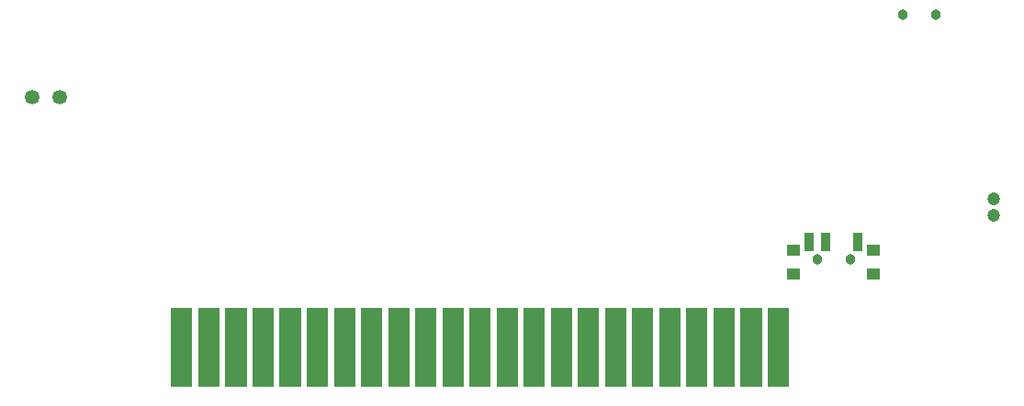
<source format=gbs>
G04 Layer: BottomSolderMaskLayer*
G04 EasyEDA v5.9.42, Mon, 13 May 2019 22:36:32 GMT*
G04 18fdc59d78804919a667ee1bdc29a187*
G04 Gerber Generator version 0.2*
G04 Scale: 100 percent, Rotated: No, Reflected: No *
G04 Dimensions in inches *
G04 leading zeros omitted , absolute positions ,2 integer and 4 decimal *
%FSLAX24Y24*%
%MOIN*%
G90*
G70D02*

%ADD28C,0.047370*%
%ADD29C,0.053000*%
%ADD30R,0.047400X0.039500*%
%ADD31R,0.035600X0.067100*%
%ADD32C,0.038000*%

%LPD*%
G54D30*
G01X33971Y4245D03*
G01X33971Y5105D03*
G01X31051Y5105D03*
G01X31051Y4245D03*
G54D31*
G01X33401Y5415D03*
G01X32211Y5415D03*
G01X31621Y5415D03*
G36*
G01X30127Y126D02*
G01X30127Y3021D01*
G01X30896Y3021D01*
G01X30896Y126D01*
G01X30127Y126D01*
G37*
G36*
G01X29142Y126D02*
G01X29142Y3021D01*
G01X29911Y3021D01*
G01X29911Y126D01*
G01X29142Y126D01*
G37*
G36*
G01X28158Y126D02*
G01X28158Y3021D01*
G01X28927Y3021D01*
G01X28927Y126D01*
G01X28158Y126D01*
G37*
G36*
G01X27174Y126D02*
G01X27174Y3021D01*
G01X27943Y3021D01*
G01X27943Y126D01*
G01X27174Y126D01*
G37*
G36*
G01X26190Y126D02*
G01X26190Y3021D01*
G01X26959Y3021D01*
G01X26959Y126D01*
G01X26190Y126D01*
G37*
G36*
G01X25205Y126D02*
G01X25205Y3021D01*
G01X25974Y3021D01*
G01X25974Y126D01*
G01X25205Y126D01*
G37*
G36*
G01X24221Y126D02*
G01X24221Y3021D01*
G01X24990Y3021D01*
G01X24990Y126D01*
G01X24221Y126D01*
G37*
G36*
G01X23237Y126D02*
G01X23237Y3021D01*
G01X24006Y3021D01*
G01X24006Y126D01*
G01X23237Y126D01*
G37*
G36*
G01X22253Y126D02*
G01X22253Y3021D01*
G01X23022Y3021D01*
G01X23022Y126D01*
G01X22253Y126D01*
G37*
G36*
G01X21268Y126D02*
G01X21268Y3021D01*
G01X22037Y3021D01*
G01X22037Y126D01*
G01X21268Y126D01*
G37*
G36*
G01X20284Y126D02*
G01X20284Y3021D01*
G01X21053Y3021D01*
G01X21053Y126D01*
G01X20284Y126D01*
G37*
G36*
G01X19300Y126D02*
G01X19300Y3021D01*
G01X20069Y3021D01*
G01X20069Y126D01*
G01X19300Y126D01*
G37*
G36*
G01X18316Y126D02*
G01X18316Y3021D01*
G01X19085Y3021D01*
G01X19085Y126D01*
G01X18316Y126D01*
G37*
G36*
G01X17331Y126D02*
G01X17331Y3021D01*
G01X18100Y3021D01*
G01X18100Y126D01*
G01X17331Y126D01*
G37*
G36*
G01X16347Y126D02*
G01X16347Y3021D01*
G01X17116Y3021D01*
G01X17116Y126D01*
G01X16347Y126D01*
G37*
G36*
G01X15363Y126D02*
G01X15363Y3021D01*
G01X16132Y3021D01*
G01X16132Y126D01*
G01X15363Y126D01*
G37*
G36*
G01X14379Y126D02*
G01X14379Y3021D01*
G01X15148Y3021D01*
G01X15148Y126D01*
G01X14379Y126D01*
G37*
G36*
G01X13394Y126D02*
G01X13394Y3021D01*
G01X14163Y3021D01*
G01X14163Y126D01*
G01X13394Y126D01*
G37*
G36*
G01X12410Y126D02*
G01X12410Y3021D01*
G01X13179Y3021D01*
G01X13179Y126D01*
G01X12410Y126D01*
G37*
G36*
G01X11426Y126D02*
G01X11426Y3021D01*
G01X12195Y3021D01*
G01X12195Y126D01*
G01X11426Y126D01*
G37*
G36*
G01X10442Y126D02*
G01X10442Y3021D01*
G01X11211Y3021D01*
G01X11211Y126D01*
G01X10442Y126D01*
G37*
G36*
G01X9457Y126D02*
G01X9457Y3021D01*
G01X10226Y3021D01*
G01X10226Y126D01*
G01X9457Y126D01*
G37*
G36*
G01X8473Y126D02*
G01X8473Y3021D01*
G01X9242Y3021D01*
G01X9242Y126D01*
G01X8473Y126D01*
G37*
G54D28*
G01X38311Y6374D03*
G01X38311Y6965D03*
G54D29*
G01X3411Y10674D03*
G01X4411Y10674D03*
G54D32*
G01X35011Y13674D03*
G01X36211Y13674D03*
G01X31911Y4774D03*
G01X33111Y4774D03*
M00*
M02*

</source>
